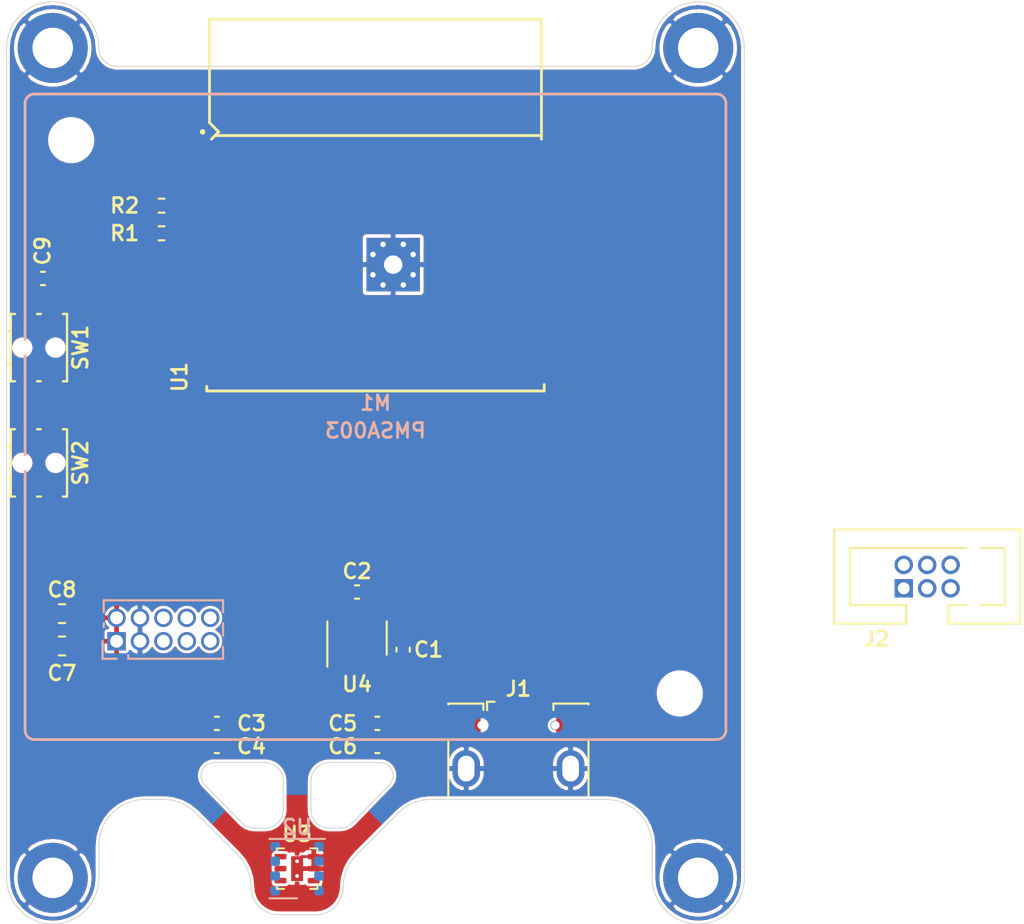
<source format=kicad_pcb>
(kicad_pcb (version 20171130) (host pcbnew "(5.1.9)-1")
  (layers (0 Front signal) (31 Back signal) (34 B.Paste user) (35 F.Paste user) (36 B.SilkS user) (37 F.SilkS user) (38 B.Mask user) (39 F.Mask user) (44 Edge.Cuts user))
  (net 0 "")
  (net 1 +5V)
  (net 2 GND)
  (net 3 "Net-(M1-Pad6)")
  (net 4 /~PMS_SET)
  (net 5 /~PMS_RST)
  (net 6 /SCL)
  (net 7 /SDA)
  (net 8 +3V3)
  (net 9 "Net-(U3-Pad5)")
  (net 10 /RGB)
  (net 11 "Net-(U4-Pad4)")
  (net 12 /VCC_BME)
  (net 13 /VCC_ALS)
  (net 14 /USB_D+)
  (net 15 /USB_D-)
  (net 16 /U0TXD)
  (net 17 /U0RXD)
  (net 18 /~BOOT)
  (net 19 /~RST)
  (net 20 /USB_ID)
  (net 21 /PMS_TX)
  (net 22 /PMS_RX)
  (net 23 "Net-(U1-Pad7)")
  (net 24 /VPP)
  (module 41-EasyEDA-Edits:KEY-SMD_4P-SKSCLXX010 (layer Front) (at 151.75 100 270)
    (fp_text reference SW2 (at 0 -2.25 90) (layer F.SilkS) (effects (font (size 0.8 0.8) (thickness 0.1524))))
    (fp_text value ~BOOT)
    (fp_line (start -1.825 -1.525) (end 1.825 -1.525) (layer F.SilkS) (width 0.127))
    (fp_line (start 1.825 1.525) (end -1.825 1.525) (layer F.SilkS) (width 0.127))
    (fp_line (start -0.9 1.525) (end -0.9 1.725) (layer F.SilkS) (width 0.127))
    (fp_line (start 0.9 1.525) (end 0.9 1.725) (layer F.SilkS) (width 0.127))
    (fp_line (start -1.825 -1.525) (end -1.825 -1.3) (layer F.SilkS) (width 0.127))
    (fp_line (start -1.825 1.3) (end -1.825 1.525) (layer F.SilkS) (width 0.127))
    (fp_line (start 1.825 -1.525) (end 1.825 -1.3) (layer F.SilkS) (width 0.127))
    (fp_line (start 1.825 1.525) (end 1.825 1.3) (layer F.SilkS) (width 0.127))
    (fp_line (start 1.825 0.1) (end 1.825 -0.1) (layer F.SilkS) (width 0.127))
    (fp_line (start -1.825 0.1) (end -1.825 -0.1) (layer F.SilkS) (width 0.127))
    (pad 2 smd rect (at -1.8 -0.7 270) (size 1.4 0.9) (layers Front F.Paste F.Mask) (net 18 /~BOOT))
    (pad 2 smd rect (at 1.8 -0.7 270) (size 1.4 0.9) (layers Front F.Paste F.Mask) (net 18 /~BOOT))
    (pad 1 smd rect (at 1.8 0.7 270) (size 1.4 0.9) (layers Front F.Paste F.Mask) (net 2 GND))
    (pad 1 smd rect (at -1.8 0.7 270) (size 1.4 0.9) (layers Front F.Paste F.Mask) (net 2 GND))
    (pad "" np_thru_hole circle (at 0 0.9 270) (size 0.8 0.8) (drill 0.8) (layers *.Cu *.Mask))
    (pad "" np_thru_hole circle (at 0 -0.9 270) (size 0.8 0.8) (drill 0.8) (layers *.Cu *.Mask))
  )
  (module 41-EasyEDA-Edits:KEY-SMD_4P-SKSCLXX010 (layer Front) (at 151.75 93.75 270)
    (fp_text reference SW1 (at 0 -2.25 90) (layer F.SilkS) (effects (font (size 0.8 0.8) (thickness 0.1524))))
    (fp_text value ~RESET)
    (fp_line (start -1.825 -1.525) (end 1.825 -1.525) (layer F.SilkS) (width 0.127))
    (fp_line (start 1.825 1.525) (end -1.825 1.525) (layer F.SilkS) (width 0.127))
    (fp_line (start -0.9 1.525) (end -0.9 1.725) (layer F.SilkS) (width 0.127))
    (fp_line (start 0.9 1.525) (end 0.9 1.725) (layer F.SilkS) (width 0.127))
    (fp_line (start -1.825 -1.525) (end -1.825 -1.3) (layer F.SilkS) (width 0.127))
    (fp_line (start -1.825 1.3) (end -1.825 1.525) (layer F.SilkS) (width 0.127))
    (fp_line (start 1.825 -1.525) (end 1.825 -1.3) (layer F.SilkS) (width 0.127))
    (fp_line (start 1.825 1.525) (end 1.825 1.3) (layer F.SilkS) (width 0.127))
    (fp_line (start 1.825 0.1) (end 1.825 -0.1) (layer F.SilkS) (width 0.127))
    (fp_line (start -1.825 0.1) (end -1.825 -0.1) (layer F.SilkS) (width 0.127))
    (pad 2 smd rect (at -1.8 -0.7 270) (size 1.4 0.9) (layers Front F.Paste F.Mask) (net 19 /~RST))
    (pad 2 smd rect (at 1.8 -0.7 270) (size 1.4 0.9) (layers Front F.Paste F.Mask) (net 19 /~RST))
    (pad 1 smd rect (at 1.8 0.7 270) (size 1.4 0.9) (layers Front F.Paste F.Mask) (net 2 GND))
    (pad 1 smd rect (at -1.8 0.7 270) (size 1.4 0.9) (layers Front F.Paste F.Mask) (net 2 GND))
    (pad "" np_thru_hole circle (at 0 0.9 270) (size 0.8 0.8) (drill 0.8) (layers *.Cu *.Mask))
    (pad "" np_thru_hole circle (at 0 -0.9 270) (size 0.8 0.8) (drill 0.8) (layers *.Cu *.Mask))
  )
  (module 11-My-Edits:TC2030_IDCBox_2x03_P1.25mm_Vertical_3D (layer Front) (at 199.915 106.165)
    (fp_text reference J2 (at -2.75 3.375) (layer F.SilkS) (effects (font (size 0.8 0.8) (thickness 0.1524))))
    (fp_text value ESP-PROG)
    (fp_line (start 5.05 -2.55) (end 5.05 2.55) (layer F.SilkS) (width 0.12))
    (fp_line (start -5.05 -2.55) (end -5.05 2.55) (layer F.SilkS) (width 0.12))
    (fp_line (start -5.05 -2.55) (end 5.05 -2.55) (layer F.SilkS) (width 0.12))
    (fp_line (start -5.05 2.55) (end -1.15 2.55) (layer F.SilkS) (width 0.12))
    (fp_line (start 1.15 2.55) (end 5.05 2.55) (layer F.SilkS) (width 0.12))
    (fp_line (start -1.15 1.55) (end -1.15 2.55) (layer F.SilkS) (width 0.12))
    (fp_line (start 1.15 1.55) (end 1.15 2.55) (layer F.SilkS) (width 0.12))
    (fp_line (start 1.15 1.55) (end 2.1 1.55) (layer F.SilkS) (width 0.12))
    (fp_line (start 4.2 -1.55) (end 4.2 1.55) (layer F.SilkS) (width 0.12))
    (fp_line (start 4.2 -1.55) (end 2.9 -1.55) (layer F.SilkS) (width 0.12))
    (fp_line (start -4.2 1.55) (end -4.2 -1.55) (layer F.SilkS) (width 0.12))
    (fp_line (start -1.15 1.55) (end -4.2 1.55) (layer F.SilkS) (width 0.12))
    (fp_line (start 2.15 -1.55) (end -4.2 -1.55) (layer F.SilkS) (width 0.12))
    (fp_line (start 2.9 1.55) (end 4.2 1.55) (layer F.SilkS) (width 0.12))
    (pad 3 thru_hole oval (at 0 0.635 90) (size 1 1) (drill 0.65) (layers *.Cu *.Mask) (net 16 /U0TXD))
    (pad 1 thru_hole rect (at -1.27 0.635 90) (size 1 1) (drill 0.65) (layers *.Cu *.Mask) (net 19 /~RST))
    (pad 4 thru_hole oval (at 0 -0.635 90) (size 1 1) (drill 0.65) (layers *.Cu *.Mask) (net 2 GND))
    (pad 5 thru_hole oval (at 1.27 0.635 90) (size 1 1) (drill 0.65) (layers *.Cu *.Mask) (net 17 /U0RXD))
    (pad 6 thru_hole oval (at 1.27 -0.635 90) (size 1 1) (drill 0.65) (layers *.Cu *.Mask) (net 18 /~BOOT))
    (pad 2 thru_hole oval (at -1.27 -0.635 90) (size 1 1) (drill 0.65) (layers *.Cu *.Mask) (net 24 /VPP))
    (pad "" np_thru_hole circle (at -2.54 0) (size 0.9906 0.9906) (drill 0.9906) (layers *.Cu *.Mask))
    (pad "" np_thru_hole circle (at 2.54 -1.016) (size 0.9906 0.9906) (drill 0.9906) (layers *.Cu *.Mask))
    (pad "" np_thru_hole circle (at 2.54 1.016) (size 0.9906 0.9906) (drill 0.9906) (layers *.Cu *.Mask))
  )
  (module 41-EasyEDA-Edits:MICRO-USB-SMD_U254-051T-4BH83-F1S_C397452 (layer Front) (at 177.75 116.25)
    (fp_text reference J1 (at 0 -4) (layer F.SilkS) (effects (font (size 0.8 0.8) (thickness 0.1524))))
    (fp_text value USB_B_Micro)
    (fp_line (start -1.7 -3.3) (end -1.3 -3.3) (layer F.SilkS) (width 0.12))
    (fp_line (start 3.8 1.8) (end 3.8 -1.25) (layer F.SilkS) (width 0.12))
    (fp_line (start -1.7 -3.3) (end -1.7 -2.85) (layer F.SilkS) (width 0.12))
    (fp_line (start 3.8 -3.2) (end 1.9 -3.2) (layer F.SilkS) (width 0.12))
    (fp_line (start -3.8 1.8) (end -3.8 -1.25) (layer F.SilkS) (width 0.12))
    (fp_line (start 1.9 -2.85) (end 1.9 -3.2) (layer F.SilkS) (width 0.12))
    (fp_line (start -1.9 -2.85) (end -1.9 -3.2) (layer F.SilkS) (width 0.12))
    (fp_line (start -1.9 -3.2) (end -3.8 -3.2) (layer F.SilkS) (width 0.12))
    (fp_line (start -3.8 -3.2) (end -3.8 -3.15) (layer F.SilkS) (width 0.12))
    (fp_line (start 3.8 -3.2) (end 3.8 -3.15) (layer F.SilkS) (width 0.12))
    (pad "" np_thru_hole circle (at -2 -2.025) (size 0.45 0.45) (drill 0.45) (layers *.Cu *.Mask))
    (pad "" np_thru_hole circle (at 2 -2.025) (size 0.5 0.5) (drill 0.45) (layers *.Cu *.Mask))
    (pad 6 thru_hole oval (at 2.83 0.325) (size 1.5 2) (drill oval 0.9 1.4) (layers *.Cu *.Paste *.Mask) (net 2 GND))
    (pad 6 thru_hole oval (at -2.83 0.325 180) (size 1.5 2) (drill oval 0.9 1.4) (layers *.Cu *.Paste *.Mask) (net 2 GND))
    (pad 6 smd rect (at -3.1 -2.225 90) (size 1.6 2.1) (layers Front F.Paste F.Mask) (net 2 GND))
    (pad 6 smd rect (at 3.1 -2.225 90) (size 1.6 2.1) (layers Front F.Paste F.Mask) (net 2 GND))
    (pad 5 smd rect (at 1.3 -2.325) (size 0.4 1.4) (layers Front F.Paste F.Mask) (net 2 GND))
    (pad 4 smd rect (at 0.65 -2.325) (size 0.4 1.4) (layers Front F.Paste F.Mask) (net 20 /USB_ID))
    (pad 3 smd rect (at 0 -2.325) (size 0.4 1.4) (layers Front F.Paste F.Mask) (net 14 /USB_D+))
    (pad 2 smd rect (at -0.65 -2.325) (size 0.4 1.4) (layers Front F.Paste F.Mask) (net 15 /USB_D-))
    (pad 1 smd rect (at -1.3 -2.325) (size 0.4 1.4) (layers Front F.Paste F.Mask) (net 1 +5V))
  )
  (module Capacitor_SMD:C_0402_1005Metric (layer Front) (at 151.97 90)
    (fp_text reference C9 (at -0.02 -1.5 90) (layer F.SilkS) (effects (font (size 0.8 0.8) (thickness 0.1524))))
    (fp_text value 100nF)
    (fp_line (start -0.107836 -0.36) (end 0.107836 -0.36) (layer F.SilkS) (width 0.12))
    (fp_line (start -0.107836 0.36) (end 0.107836 0.36) (layer F.SilkS) (width 0.12))
    (pad 2 smd roundrect (at 0.48 0) (size 0.56 0.62) (layers Front F.Paste F.Mask) (net 19 /~RST))
    (pad 1 smd roundrect (at -0.48 0) (size 0.56 0.62) (layers Front F.Paste F.Mask) (net 2 GND))
  )
  (module Capacitor_SMD:C_0402_1005Metric (layer Front) (at 169 107)
    (fp_text reference C2 (at 0 -1.125 180) (layer F.SilkS) (effects (font (size 0.8 0.8) (thickness 0.1524))))
    (fp_text value 10uF)
    (fp_line (start -0.107836 -0.36) (end 0.107836 -0.36) (layer F.SilkS) (width 0.12))
    (fp_line (start -0.107836 0.36) (end 0.107836 0.36) (layer F.SilkS) (width 0.12))
    (pad 2 smd roundrect (at 0.48 0) (size 0.56 0.62) (layers Front F.Paste F.Mask) (net 2 GND))
    (pad 1 smd roundrect (at -0.48 0) (size 0.56 0.62) (layers Front F.Paste F.Mask) (net 8 +3V3))
  )
  (module Capacitor_SMD:C_0402_1005Metric (layer Front) (at 171.5 110.125 270)
    (fp_text reference C1 (at 0 -1.375 180) (layer F.SilkS) (effects (font (size 0.8 0.8) (thickness 0.1524))))
    (fp_text value 10uF)
    (fp_line (start -0.107836 -0.36) (end 0.107836 -0.36) (layer F.SilkS) (width 0.12))
    (fp_line (start -0.107836 0.36) (end 0.107836 0.36) (layer F.SilkS) (width 0.12))
    (pad 2 smd roundrect (at 0.48 0 270) (size 0.56 0.62) (layers Front F.Paste F.Mask) (net 1 +5V))
    (pad 1 smd roundrect (at -0.48 0 270) (size 0.56 0.62) (layers Front F.Paste F.Mask) (net 2 GND))
  )
  (module Package_TO_SOT_SMD:SOT-23-5 (layer Front) (at 169 109.5 90)
    (fp_text reference U4 (at -2.5 0 180) (layer F.SilkS) (effects (font (size 0.8 0.8) (thickness 0.1524))))
    (fp_text value XC6220B331MR)
    (fp_line (start 0.9 -1.61) (end -1.55 -1.61) (layer F.SilkS) (width 0.12))
    (fp_line (start -0.9 1.61) (end 0.9 1.61) (layer F.SilkS) (width 0.12))
    (pad 5 smd rect (at 1.1 -0.95 90) (size 1.06 0.65) (layers Front F.Paste F.Mask) (net 8 +3V3))
    (pad 4 smd rect (at 1.1 0.95 90) (size 1.06 0.65) (layers Front F.Paste F.Mask) (net 11 "Net-(U4-Pad4)"))
    (pad 3 smd rect (at -1.1 0.95 90) (size 1.06 0.65) (layers Front F.Paste F.Mask) (net 1 +5V))
    (pad 2 smd rect (at -1.1 0 90) (size 1.06 0.65) (layers Front F.Paste F.Mask) (net 2 GND))
    (pad 1 smd rect (at -1.1 -0.95 90) (size 1.06 0.65) (layers Front F.Paste F.Mask) (net 1 +5V))
  )
  (module Capacitor_SMD:C_0603_1608Metric_Pad1.05x0.95mm_HandSolder (layer Front) (at 153 108.175 180)
    (fp_text reference C8 (at 0 1.3) (layer F.SilkS) (effects (font (size 0.8 0.8) (thickness 0.1524))))
    (fp_text value 10uF)
    (fp_line (start -0.171267 0.51) (end 0.171267 0.51) (layer F.SilkS) (width 0.12))
    (fp_line (start -0.171267 -0.51) (end 0.171267 -0.51) (layer F.SilkS) (width 0.12))
    (pad 2 smd roundrect (at 0.875 0 180) (size 1.05 0.95) (layers Front F.Paste F.Mask) (net 2 GND))
    (pad 1 smd roundrect (at -0.875 0 180) (size 1.05 0.95) (layers Front F.Paste F.Mask) (net 1 +5V))
  )
  (module Capacitor_SMD:C_0603_1608Metric_Pad1.05x0.95mm_HandSolder (layer Front) (at 153 109.925 180)
    (fp_text reference C7 (at 0 -1.475) (layer F.SilkS) (effects (font (size 0.8 0.8) (thickness 0.1524))))
    (fp_text value 10uF)
    (fp_line (start -0.171267 0.51) (end 0.171267 0.51) (layer F.SilkS) (width 0.12))
    (fp_line (start -0.171267 -0.51) (end 0.171267 -0.51) (layer F.SilkS) (width 0.12))
    (pad 2 smd roundrect (at 0.875 0 180) (size 1.05 0.95) (layers Front F.Paste F.Mask) (net 2 GND))
    (pad 1 smd roundrect (at -0.875 0 180) (size 1.05 0.95) (layers Front F.Paste F.Mask) (net 1 +5V))
  )
  (module 10-My-Footprints:ESP32-C3-WROOM-02-PTHPad (layer Front) (at 170 89.25)
    (fp_text reference U1 (at -10.625 7 90) (layer F.SilkS) (effects (font (size 0.8 0.8) (thickness 0.1524)) (justify left)))
    (fp_text value ESP32-C3-WROOM-02 hide)
    (fp_circle (center -9.375 -7.2) (end -9.3 -7.2) (layer F.SilkS) (width 0.15))
    (fp_line (start -8.9 -6.8) (end -8.5 -7.2) (layer F.SilkS) (width 0.1524))
    (fp_line (start -9 -7.7) (end -8.5 -7.2) (layer F.SilkS) (width 0.1524))
    (fp_line (start -9 -13.3) (end 9 -13.3) (layer F.SilkS) (width 0.1524))
    (fp_line (start 9 -7) (end -8.7 -7) (layer F.SilkS) (width 0.1524))
    (fp_line (start 9 -13.3) (end 9 -6.8) (layer F.SilkS) (width 0.1524))
    (fp_line (start -9 -13.3) (end -9 -7.7) (layer F.SilkS) (width 0.1524))
    (fp_line (start -9.15 6.85) (end 9.15 6.85) (layer F.SilkS) (width 0.1524))
    (fp_line (start -9.15 6.6) (end -9.15 6.85) (layer F.SilkS) (width 0.1524))
    (fp_line (start 9.15 6.5) (end 9.15 6.85) (layer F.SilkS) (width 0.1524))
    (pad 19 smd rect (at 0.96 0 90) (size 2.9 2.9) (layers Back) (net 2 GND))
    (pad 19 thru_hole rect (at 0.96 0) (size 1.2 1.2) (drill 1) (layers *.Cu *.Mask) (net 2 GND))
    (pad 19 thru_hole circle (at 0.41 -1.1) (size 0.5 0.5) (drill 0.3) (layers *.Cu) (net 2 GND))
    (pad 19 thru_hole circle (at 2.04 0.55) (size 0.5 0.5) (drill 0.3) (layers *.Cu) (net 2 GND))
    (pad 19 thru_hole circle (at -0.14 -0.55) (size 0.5 0.5) (drill 0.3) (layers *.Cu) (net 2 GND))
    (pad 19 thru_hole circle (at 1.51 -1.1) (size 0.5 0.5) (drill 0.3) (layers *.Cu) (net 2 GND))
    (pad 19 thru_hole circle (at 0.41 1.1) (size 0.5 0.5) (drill 0.3) (layers *.Cu) (net 2 GND))
    (pad 19 thru_hole circle (at -0.14 0.55) (size 0.5 0.5) (drill 0.3) (layers *.Cu) (net 2 GND))
    (pad 19 thru_hole circle (at 1.51 1.1) (size 0.5 0.5) (drill 0.3) (layers *.Cu) (net 2 GND))
    (pad 19 thru_hole circle (at 2.04 -0.55) (size 0.5 0.5) (drill 0.3) (layers *.Cu) (net 2 GND))
    (pad 19 smd rect (at 0.96 0 90) (size 2.9 2.9) (layers Front) (net 2 GND))
    (pad 19 smd rect (at 2.06 1.1 90) (size 0.7 0.7) (layers Front F.Paste F.Mask) (net 2 GND))
    (pad 19 smd rect (at 0.96 1.1 90) (size 0.7 0.7) (layers Front F.Paste F.Mask) (net 2 GND))
    (pad 19 smd rect (at -0.14 1.1 90) (size 0.7 0.7) (layers Front F.Paste F.Mask) (net 2 GND))
    (pad 19 smd rect (at -0.14 0 90) (size 0.7 0.7) (layers Front F.Paste F.Mask) (net 2 GND))
    (pad 19 smd rect (at -0.14 -1.1 90) (size 0.7 0.7) (layers Front F.Paste F.Mask) (net 2 GND))
    (pad 19 smd rect (at 0.96 -1.1 90) (size 0.7 0.7) (layers Front F.Paste F.Mask) (net 2 GND))
    (pad 19 smd rect (at 2.06 -1.1 90) (size 0.7 0.7) (layers Front F.Paste F.Mask) (net 2 GND))
    (pad 19 smd rect (at 2.06 0 90) (size 0.7 0.7) (layers Front F.Paste F.Mask) (net 2 GND))
    (pad 18 smd rect (at 8.75 -6.2 90) (size 0.9 1.5) (layers Front F.Paste F.Mask) (net 22 /PMS_RX))
    (pad 17 smd rect (at 8.75 -4.7 90) (size 0.9 1.5) (layers Front F.Paste F.Mask) (net 21 /PMS_TX))
    (pad 16 smd rect (at 8.75 -3.2 90) (size 0.9 1.5) (layers Front F.Paste F.Mask) (net 4 /~PMS_SET))
    (pad 15 smd rect (at 8.75 -1.7 90) (size 0.9 1.5) (layers Front F.Paste F.Mask) (net 5 /~PMS_RST))
    (pad 14 smd rect (at 8.75 -0.2 90) (size 0.9 1.5) (layers Front F.Paste F.Mask) (net 14 /USB_D+))
    (pad 13 smd rect (at 8.75 1.3 90) (size 0.9 1.5) (layers Front F.Paste F.Mask) (net 15 /USB_D-))
    (pad 12 smd rect (at 8.75 2.8 90) (size 0.9 1.5) (layers Front F.Paste F.Mask) (net 16 /U0TXD))
    (pad 11 smd rect (at 8.75 4.3 90) (size 0.9 1.5) (layers Front F.Paste F.Mask) (net 17 /U0RXD))
    (pad 10 smd rect (at 8.75 5.8 90) (size 0.9 1.5) (layers Front F.Paste F.Mask) (net 10 /RGB))
    (pad 9 smd rect (at -8.75 5.8 90) (size 0.9 1.5) (layers Front F.Paste F.Mask) (net 2 GND))
    (pad 8 smd rect (at -8.75 4.3 90) (size 0.9 1.5) (layers Front F.Paste F.Mask) (net 18 /~BOOT))
    (pad 7 smd rect (at -8.75 2.8 90) (size 0.9 1.5) (layers Front F.Paste F.Mask) (net 23 "Net-(U1-Pad7)"))
    (pad 6 smd rect (at -8.75 1.3 90) (size 0.9 1.5) (layers Front F.Paste F.Mask) (net 12 /VCC_BME))
    (pad 5 smd rect (at -8.75 -0.2 90) (size 0.9 1.5) (layers Front F.Paste F.Mask) (net 13 /VCC_ALS))
    (pad 4 smd rect (at -8.75 -1.7 90) (size 0.9 1.5) (layers Front F.Paste F.Mask) (net 6 /SCL))
    (pad 3 smd rect (at -8.75 -3.2 90) (size 0.9 1.5) (layers Front F.Paste F.Mask) (net 7 /SDA))
    (pad 2 smd rect (at -8.75 -4.7 90) (size 0.9 1.5) (layers Front F.Paste F.Mask) (net 19 /~RST))
    (pad 1 smd rect (at -8.75 -6.2 90) (size 0.9 1.5) (layers Front F.Paste F.Mask) (net 8 +3V3))
  )
  (module 11-My-Edits:MultiALS-LTR303-TIOPT3K (layer Front) (at 165.75 122 180)
    (fp_text reference U3 (at 0 1.875 180) (layer F.SilkS) (effects (font (size 0.8 0.8) (thickness 0.1524))))
    (fp_text value OPT3001DNPT)
    (fp_line (start 1.1 1.1) (end 1.1 0.9) (layer F.SilkS) (width 0.1))
    (fp_line (start -1.1 0.9) (end -1.1 1.1) (layer F.SilkS) (width 0.1))
    (fp_line (start -1.1 1.1) (end -0.7 1.1) (layer F.SilkS) (width 0.1))
    (fp_line (start -1.1 -0.9) (end -1.3 -0.9) (layer F.SilkS) (width 0.1))
    (fp_line (start 0.7 1.1) (end 1.1 1.1) (layer F.SilkS) (width 0.1))
    (fp_line (start 1.1 -1.1) (end 1.1 -0.9) (layer F.SilkS) (width 0.1))
    (fp_line (start -1.1 -1.1) (end -1.1 -0.9) (layer F.SilkS) (width 0.1))
    (fp_line (start 0.7 -1.1) (end 1.1 -1.1) (layer F.SilkS) (width 0.1))
    (fp_line (start -0.7 -1.1) (end -1.1 -1.1) (layer F.SilkS) (width 0.1))
    (pad 7 thru_hole circle (at 0 -0.4 180) (size 0.2 0.2) (drill 0.2) (layers *.Cu *.Mask) (net 2 GND))
    (pad 7 smd rect (at 0 0 180) (size 0.65 1.35) (layers Front F.Paste F.Mask) (net 2 GND))
    (pad 7 thru_hole circle (at 0 0.4 180) (size 0.2 0.2) (drill 0.2) (layers *.Cu *.Mask) (net 2 GND))
    (pad 1 smd roundrect (at -0.9 -0.65 180) (size 0.65 0.3) (layers Front F.Paste F.Mask) (net 13 /VCC_ALS))
    (pad 2 smd roundrect (at -0.9 0 180) (size 0.65 0.3) (layers Front F.Paste F.Mask) (net 2 GND))
    (pad 3 smd roundrect (at -0.9 0.65 180) (size 0.65 0.3) (layers Front F.Paste F.Mask) (net 2 GND))
    (pad 4 smd roundrect (at 0.9 0.65 180) (size 0.65 0.3) (layers Front F.Paste F.Mask) (net 6 /SCL))
    (pad 5 smd roundrect (at 0.9 0 180) (size 0.65 0.3) (layers Front F.Paste F.Mask) (net 9 "Net-(U3-Pad5)"))
    (pad 6 smd roundrect (at 0.9 -0.65 180) (size 0.65 0.3) (layers Front F.Paste F.Mask) (net 7 /SDA))
  )
  (module 12-Collected-Footprints:PMSA003 (layer Back) (at 170 97.5)
    (fp_text reference M1 (at 0 -0.75 180) (layer B.SilkS) (effects (font (size 0.8 0.8) (thickness 0.1524)) (justify mirror)))
    (fp_text value PMSA003 (at 0 0.75 180) (layer B.SilkS) (effects (font (size 0.8 0.8) (thickness 0.1524)) (justify mirror)))
    (fp_line (start -14.8 13.12) (end -14.04 13.12) (layer B.SilkS) (width 0.12))
    (fp_line (start -8.265 9.95) (end -8.265 10.59247) (layer B.SilkS) (width 0.12))
    (fp_line (start -8.265 11.20753) (end -8.265 11.86247) (layer B.SilkS) (width 0.12))
    (fp_line (start -8.265 12.47753) (end -8.265 13.12) (layer B.SilkS) (width 0.12))
    (fp_line (start -13.405 12.93) (end -13.405 13.12) (layer B.SilkS) (width 0.12))
    (fp_line (start -13.405 13.12) (end -8.265 13.12) (layer B.SilkS) (width 0.12))
    (fp_line (start -14.735 9.95) (end -8.265 9.95) (layer B.SilkS) (width 0.12))
    (fp_line (start -14.735 11.20753) (end -14.735 11.41) (layer B.SilkS) (width 0.12))
    (fp_line (start -14.8 12.17) (end -14.8 13.12) (layer B.SilkS) (width 0.12))
    (fp_line (start -14.735 9.95) (end -14.735 10.59247) (layer B.SilkS) (width 0.12))
    (fp_line (start -18.5 17.5) (end 18.5 17.5) (layer B.SilkS) (width 0.15))
    (fp_line (start 19 17) (end 19 -17) (layer B.SilkS) (width 0.15))
    (fp_line (start 18.5 -17.5) (end -18.5 -17.5) (layer B.SilkS) (width 0.15))
    (fp_line (start -19 -17) (end -19 17) (layer B.SilkS) (width 0.15))
    (fp_arc (start -18.5 -17) (end -19 -17) (angle 90) (layer B.SilkS) (width 0.15))
    (fp_arc (start -18.5 17) (end -18.5 17.5) (angle 90) (layer B.SilkS) (width 0.15))
    (fp_arc (start 18.5 17) (end 19 17) (angle 90) (layer B.SilkS) (width 0.15))
    (fp_arc (start 18.5 -17) (end 18.5 -17.5) (angle 90) (layer B.SilkS) (width 0.15))
    (pad 4 thru_hole oval (at -12.77 10.9 270) (size 1 1) (drill 0.7) (layers *.Cu *.Mask) (net 2 GND))
    (pad 2 thru_hole oval (at -14.04 10.9 270) (size 1 1) (drill 0.7) (layers *.Cu *.Mask) (net 1 +5V))
    (pad 8 thru_hole oval (at -10.23 10.9 270) (size 1 1) (drill 0.7) (layers *.Cu *.Mask) (net 3 "Net-(M1-Pad6)"))
    (pad 9 thru_hole oval (at -8.96 12.17 270) (size 1 1) (drill 0.7) (layers *.Cu *.Mask) (net 21 /PMS_TX))
    (pad 10 thru_hole oval (at -8.96 10.9 270) (size 1 1) (drill 0.7) (layers *.Cu *.Mask) (net 4 /~PMS_SET))
    (pad 3 thru_hole oval (at -12.77 12.17 270) (size 1 1) (drill 0.7) (layers *.Cu *.Mask) (net 2 GND))
    (pad 6 thru_hole oval (at -11.5 10.9 270) (size 1 1) (drill 0.7) (layers *.Cu *.Mask) (net 3 "Net-(M1-Pad6)"))
    (pad 7 thru_hole oval (at -10.23 12.17 270) (size 1 1) (drill 0.7) (layers *.Cu *.Mask) (net 22 /PMS_RX))
    (pad 1 thru_hole rect (at -14.04 12.17 270) (size 1 1) (drill 0.7) (layers *.Cu *.Mask) (net 1 +5V))
    (pad 5 thru_hole oval (at -11.5 12.17 270) (size 1 1) (drill 0.7) (layers *.Cu *.Mask) (net 5 /~PMS_RST))
    (pad "" np_thru_hole circle (at -16.5 -15) (size 2.2 2.2) (drill 2.2) (layers *.Cu *.Mask))
    (pad "" np_thru_hole circle (at 16.5 15) (size 2.2 2.2) (drill 2.2) (layers *.Cu *.Mask))
  )
  (module 11-My-Edits:Bosch_LGA-8_3x3mm_P0.8mm_ClockwisePinNumbering (layer Back) (at 165.75 122 90)
    (fp_text reference U2 (at 2.25 0 180) (layer B.SilkS) (effects (font (size 0.8 0.8) (thickness 0.1524)) (justify mirror)))
    (fp_text value BME68x)
    (fp_line (start -1.61 0) (end -1.61 -1.5) (layer B.SilkS) (width 0.12))
    (fp_line (start 1.61 1.5) (end 1.61 -1.5) (layer B.SilkS) (width 0.12))
    (pad 1 smd roundrect (at -1.2 1.1875 90) (size 0.5 0.525) (layers Back B.Paste B.Mask) (net 2 GND))
    (pad 2 smd roundrect (at -0.4 1.1875 90) (size 0.5 0.525) (layers Back B.Paste B.Mask) (net 12 /VCC_BME))
    (pad 3 smd roundrect (at 0.4 1.1875 90) (size 0.5 0.525) (layers Back B.Paste B.Mask) (net 7 /SDA))
    (pad 4 smd roundrect (at 1.2 1.1875 90) (size 0.5 0.525) (layers Back B.Paste B.Mask) (net 6 /SCL))
    (pad 5 smd roundrect (at 1.2 -1.1875 90) (size 0.5 0.525) (layers Back B.Paste B.Mask) (net 2 GND))
    (pad 6 smd roundrect (at 0.4 -1.1875 90) (size 0.5 0.525) (layers Back B.Paste B.Mask) (net 12 /VCC_BME))
    (pad 7 smd roundrect (at -0.4 -1.1875 90) (size 0.5 0.525) (layers Back B.Paste B.Mask) (net 2 GND))
    (pad 8 smd roundrect (at -1.2 -1.1875 90) (size 0.5 0.525) (layers Back B.Paste B.Mask) (net 12 /VCC_BME))
  )
  (module Capacitor_SMD:C_0402_1005Metric (layer Front) (at 170.1 115.375 180)
    (fp_text reference C6 (at 1.875 0) (layer F.SilkS) (effects (font (size 0.8 0.8) (thickness 0.1524))))
    (fp_text value 100nF)
    (fp_line (start -0.107836 -0.36) (end 0.107836 -0.36) (layer F.SilkS) (width 0.12))
    (fp_line (start -0.107836 0.36) (end 0.107836 0.36) (layer F.SilkS) (width 0.12))
    (pad 2 smd roundrect (at 0.48 0 180) (size 0.56 0.62) (layers Front F.Paste F.Mask) (net 2 GND))
    (pad 1 smd roundrect (at -0.48 0 180) (size 0.56 0.62) (layers Front F.Paste F.Mask) (net 13 /VCC_ALS))
  )
  (module Capacitor_SMD:C_0402_1005Metric (layer Front) (at 170.1 114.125 180)
    (fp_text reference C5 (at 1.875 0) (layer F.SilkS) (effects (font (size 0.8 0.8) (thickness 0.1524))))
    (fp_text value 1uF)
    (fp_line (start -0.107836 -0.36) (end 0.107836 -0.36) (layer F.SilkS) (width 0.12))
    (fp_line (start -0.107836 0.36) (end 0.107836 0.36) (layer F.SilkS) (width 0.12))
    (pad 2 smd roundrect (at 0.48 0 180) (size 0.56 0.62) (layers Front F.Paste F.Mask) (net 2 GND))
    (pad 1 smd roundrect (at -0.48 0 180) (size 0.56 0.62) (layers Front F.Paste F.Mask) (net 13 /VCC_ALS))
  )
  (module Resistor_SMD:R_0402_1005Metric (layer Front) (at 158.4 86.05 180)
    (fp_text reference R2 (at 2 0) (layer F.SilkS) (effects (font (size 0.8 0.8) (thickness 0.1524))))
    (fp_text value 4K7)
    (fp_line (start -0.153641 0.38) (end 0.153641 0.38) (layer F.SilkS) (width 0.12))
    (fp_line (start -0.153641 -0.38) (end 0.153641 -0.38) (layer F.SilkS) (width 0.12))
    (pad 2 smd roundrect (at 0.51 0 180) (size 0.54 0.64) (layers Front F.Paste F.Mask) (net 8 +3V3))
    (pad 1 smd roundrect (at -0.51 0 180) (size 0.54 0.64) (layers Front F.Paste F.Mask) (net 7 /SDA))
  )
  (module Resistor_SMD:R_0402_1005Metric (layer Front) (at 158.4 87.55 180)
    (fp_text reference R1 (at 2 0) (layer F.SilkS) (effects (font (size 0.8 0.8) (thickness 0.1524))))
    (fp_text value 4K7)
    (fp_line (start -0.153641 0.38) (end 0.153641 0.38) (layer F.SilkS) (width 0.12))
    (fp_line (start -0.153641 -0.38) (end 0.153641 -0.38) (layer F.SilkS) (width 0.12))
    (pad 2 smd roundrect (at 0.51 0 180) (size 0.54 0.64) (layers Front F.Paste F.Mask) (net 8 +3V3))
    (pad 1 smd roundrect (at -0.51 0 180) (size 0.54 0.64) (layers Front F.Paste F.Mask) (net 6 /SCL))
  )
  (module Capacitor_SMD:C_0402_1005Metric (layer Front) (at 161.4 115.375 180)
    (fp_text reference C4 (at -1.875 0 180) (layer F.SilkS) (effects (font (size 0.8 0.8) (thickness 0.1524))))
    (fp_text value 100nF)
    (fp_line (start -0.107836 0.36) (end 0.107836 0.36) (layer F.SilkS) (width 0.12))
    (fp_line (start -0.107836 -0.36) (end 0.107836 -0.36) (layer F.SilkS) (width 0.12))
    (pad 2 smd roundrect (at 0.48 0 180) (size 0.56 0.62) (layers Front F.Paste F.Mask) (net 12 /VCC_BME))
    (pad 1 smd roundrect (at -0.48 0 180) (size 0.56 0.62) (layers Front F.Paste F.Mask) (net 2 GND))
  )
  (module Capacitor_SMD:C_0402_1005Metric (layer Front) (at 161.4 114.125)
    (fp_text reference C3 (at 1.875 0 -180) (layer F.SilkS) (effects (font (size 0.8 0.8) (thickness 0.1524))))
    (fp_text value 1uF)
    (fp_line (start -0.107836 0.36) (end 0.107836 0.36) (layer F.SilkS) (width 0.12))
    (fp_line (start -0.107836 -0.36) (end 0.107836 -0.36) (layer F.SilkS) (width 0.12))
    (pad 2 smd roundrect (at 0.48 0) (size 0.56 0.62) (layers Front F.Paste F.Mask) (net 2 GND))
    (pad 1 smd roundrect (at -0.48 0) (size 0.56 0.62) (layers Front F.Paste F.Mask) (net 12 /VCC_BME))
  )
  (module MountingHole:MountingHole_2.2mm_M2_DIN965_Pad_TopBottom (layer Front) (at 152.5 122.5)
    (fp_text reference H4 hide)
    (fp_text value MP hide)
    (pad 1 connect circle (at 0 0) (size 3.8 3.8) (layers Back B.Mask) (net 2 GND))
    (pad 1 connect circle (at 0 0) (size 3.8 3.8) (layers Front F.Mask) (net 2 GND))
    (pad 1 thru_hole circle (at 0 0) (size 2.6 2.6) (drill 2.2) (layers *.Cu *.Mask) (net 2 GND))
  )
  (module MountingHole:MountingHole_2.2mm_M2_DIN965_Pad_TopBottom (layer Front) (at 187.5 77.5)
    (fp_text reference H3 hide)
    (fp_text value MP hide)
    (pad 1 connect circle (at 0 0) (size 3.8 3.8) (layers Back B.Mask) (net 2 GND))
    (pad 1 connect circle (at 0 0) (size 3.8 3.8) (layers Front F.Mask) (net 2 GND))
    (pad 1 thru_hole circle (at 0 0) (size 2.6 2.6) (drill 2.2) (layers *.Cu *.Mask) (net 2 GND))
  )
  (module MountingHole:MountingHole_2.2mm_M2_DIN965_Pad_TopBottom (layer Front) (at 187.5 122.5)
    (fp_text reference H2 hide)
    (fp_text value MP hide)
    (pad 1 connect circle (at 0 0) (size 3.8 3.8) (layers Back B.Mask) (net 2 GND))
    (pad 1 connect circle (at 0 0) (size 3.8 3.8) (layers Front F.Mask) (net 2 GND))
    (pad 1 thru_hole circle (at 0 0) (size 2.6 2.6) (drill 2.2) (layers *.Cu *.Mask) (net 2 GND))
  )
  (module MountingHole:MountingHole_2.2mm_M2_DIN965_Pad_TopBottom (layer Front) (at 152.5 77.5)
    (fp_text reference H1 hide)
    (fp_text value MP hide)
    (pad 1 connect circle (at 0 0) (size 3.8 3.8) (layers Back B.Mask) (net 2 GND))
    (pad 1 connect circle (at 0 0) (size 3.8 3.8) (layers Front F.Mask) (net 2 GND))
    (pad 1 thru_hole circle (at 0 0) (size 2.6 2.6) (drill 2.2) (layers *.Cu *.Mask) (net 2 GND))
  )
  (gr_line (start 157.5 118.25) (end 158.5 118.25) (layer Edge.Cuts) (width 0.05))
  (gr_arc (start 184 77.5) (end 184 78.5) (angle -90) (layer Edge.Cuts) (width 0.05))
  (gr_line (start 165 117.25) (end 165 118.8) (layer Edge.Cuts) (width 0.05))
  (gr_line (start 164 116.25) (end 161.25 116.25) (layer Edge.Cuts) (width 0.05))
  (gr_arc (start 164 117.25) (end 164 116.25) (angle 90) (layer Edge.Cuts) (width 0.05))
  (gr_arc (start 164 118.8) (end 165 118.8) (angle 90) (layer Edge.Cuts) (width 0.05))
  (gr_line (start 163.45 119.8) (end 164 119.8) (layer Edge.Cuts) (width 0.05))
  (gr_arc (start 161.25 116.957107) (end 160.75 117.457107) (angle 135) (layer Edge.Cuts) (width 0.05))
  (gr_arc (start 163.45 118.8) (end 163.45 119.8) (angle 45) (layer Edge.Cuts) (width 0.05))
  (gr_line (start 160.75 117.457107) (end 162.742893 119.507107) (layer Edge.Cuts) (width 0.05))
  (gr_line (start 168.982233 121.232233) (end 171.232233 118.982233) (layer Edge.Cuts) (width 0.05))
  (gr_line (start 166.5 117.25) (end 166.5 118.8) (layer Edge.Cuts) (width 0.05))
  (gr_line (start 167.5 116.25) (end 170.25 116.25) (layer Edge.Cuts) (width 0.05))
  (gr_arc (start 167.5 117.25) (end 167.5 116.25) (angle -90) (layer Edge.Cuts) (width 0.05))
  (gr_arc (start 167.5 118.8) (end 166.5 118.8) (angle -90) (layer Edge.Cuts) (width 0.05))
  (gr_arc (start 170.25 116.957107) (end 170.75 117.457107) (angle -135) (layer Edge.Cuts) (width 0.05))
  (gr_arc (start 168.05 118.8) (end 168.05 119.8) (angle -45) (layer Edge.Cuts) (width 0.05))
  (gr_line (start 170.75 117.457107) (end 168.757107 119.507107) (layer Edge.Cuts) (width 0.05))
  (gr_line (start 168.05 119.8) (end 167.5 119.8) (layer Edge.Cuts) (width 0.05))
  (gr_arc (start 173 120.75) (end 173 118.25) (angle -45) (layer Edge.Cuts) (width 0.05))
  (gr_arc (start 170.75 123) (end 168.25 123) (angle 45) (layer Edge.Cuts) (width 0.05))
  (gr_arc (start 160.75 123) (end 163.25 123) (angle -45) (layer Edge.Cuts) (width 0.05))
  (gr_line (start 162.517767 121.232233) (end 160.267767 118.982233) (layer Edge.Cuts) (width 0.05))
  (gr_line (start 185 120.75) (end 185 122.5) (layer Edge.Cuts) (width 0.05))
  (gr_line (start 155 120.75) (end 155 122.5) (layer Edge.Cuts) (width 0.05))
  (gr_arc (start 158.5 120.75) (end 158.5 118.25) (angle 45) (layer Edge.Cuts) (width 0.05))
  (gr_arc (start 156 77.5) (end 155 77.5) (angle -90) (layer Edge.Cuts) (width 0.05))
  (gr_line (start 166.75 124.5) (end 164.75 124.5) (layer Edge.Cuts) (width 0.05))
  (gr_line (start 173 118.25) (end 182.5 118.25) (layer Edge.Cuts) (width 0.05))
  (gr_arc (start 166.75 123) (end 166.75 124.5) (angle -90) (layer Edge.Cuts) (width 0.05))
  (gr_arc (start 164.75 123) (end 163.25 123) (angle -90) (layer Edge.Cuts) (width 0.05))
  (gr_arc (start 182.5 120.75) (end 185 120.75) (angle -90) (layer Edge.Cuts) (width 0.05))
  (gr_arc (start 187.5 122.5) (end 185 122.5) (angle -90) (layer Edge.Cuts) (width 0.05))
  (gr_arc (start 157.5 120.75) (end 155 120.75) (angle 90) (layer Edge.Cuts) (width 0.05))
  (gr_arc (start 152.5 122.5) (end 155 122.5) (angle 90) (layer Edge.Cuts) (width 0.05))
  (gr_arc (start 187.5 77.5) (end 187.5 75) (angle -90) (layer Edge.Cuts) (width 0.05))
  (gr_arc (start 152.5 77.5) (end 155 77.5) (angle -90) (layer Edge.Cuts) (width 0.05))
  (gr_arc (start 152.5 77.5) (end 152.5 75) (angle -90) (layer Edge.Cuts) (width 0.05))
  (gr_arc (start 187.5 77.5) (end 190 77.5) (angle -90) (layer Edge.Cuts) (width 0.05))
  (gr_arc (start 187.5 122.5) (end 187.5 125) (angle -90) (layer Edge.Cuts) (width 0.05))
  (gr_arc (start 152.5 122.5) (end 150 122.5) (angle -90) (layer Edge.Cuts) (width 0.05))
  (gr_line (start 190 77.5) (end 190 122.5) (layer Edge.Cuts) (width 0.05))
  (gr_line (start 150 122.5) (end 150 77.5) (layer Edge.Cuts) (width 0.05))
  (gr_line (start 184 78.5) (end 156 78.5) (layer Edge.Cuts) (width 0.05))
  (segment (start 166 121.35) (end 165.75 121.6) (width 0.1524) (layer Front) (net 2))
  (segment (start 166.65 121.35) (end 166 121.35) (width 0.1524) (layer Front) (net 2))
  (segment (start 166.65 122) (end 165.75 122) (width 0.1524) (layer Front) (net 2))
  (segment (start 160.895 114.125) (end 160.895 115.375) (width 0.1524) (layer Front) (net 12))
  (segment (start 170.58 114.125) (end 170.58 115.375) (width 0.1524) (layer Front) (net 13))
  (segment (start 152.45 90) (end 152.45 91.95) (width 0.1524) (layer Front) (net 19))
  (segment (start 151.95 95.05) (end 152.45 95.55) (width 0.1524) (layer Front) (net 19))
  (segment (start 151.95 92.45) (end 151.95 95.05) (width 0.1524) (layer Front) (net 19))
  (segment (start 152.45 91.95) (end 151.95 92.45) (width 0.1524) (layer Front) (net 19))
  (zone (net 1) (net_name +5V) (layer Front) (priority 2) (connect_pads (clearance 0.154)) (min_thickness 0.154) (fill yes (arc_segments 32) (thermal_gap 0.154) (thermal_bridge_width 0.254) (smoothing fillet) (radius 0.25))
    (polygon (pts (xy 156.6 110.525) (xy 153.25 110.525) (xy 153.25 107.575) (xy 156.6 107.575)))
  )
  (zone (net 2) (net_name GND) (layer Front) (connect_pads (clearance 0.154)) (min_thickness 0.127) (fill yes (arc_segments 32) (thermal_gap 0.2032) (thermal_bridge_width 0.254) (smoothing fillet) (radius 0.25))
    (polygon (pts (xy 190 125) (xy 172.75 125) (xy 158.75 125) (xy 150 125) (xy 150 75) (xy 190 75)))
  )
  (zone (net 2) (net_name GND) (layer Back) (connect_pads (clearance 0.154)) (min_thickness 0.127) (fill yes (arc_segments 32) (thermal_gap 0.2032) (thermal_bridge_width 0.254) (smoothing fillet) (radius 0.25))
    (polygon (pts (xy 190 125) (xy 172.75 125) (xy 172.75 122) (xy 168.75 118) (xy 162.75 118) (xy 158.75 122) (xy 158.75 125) (xy 150 125) (xy 150 75) (xy 190 75)))
  )
)
</source>
